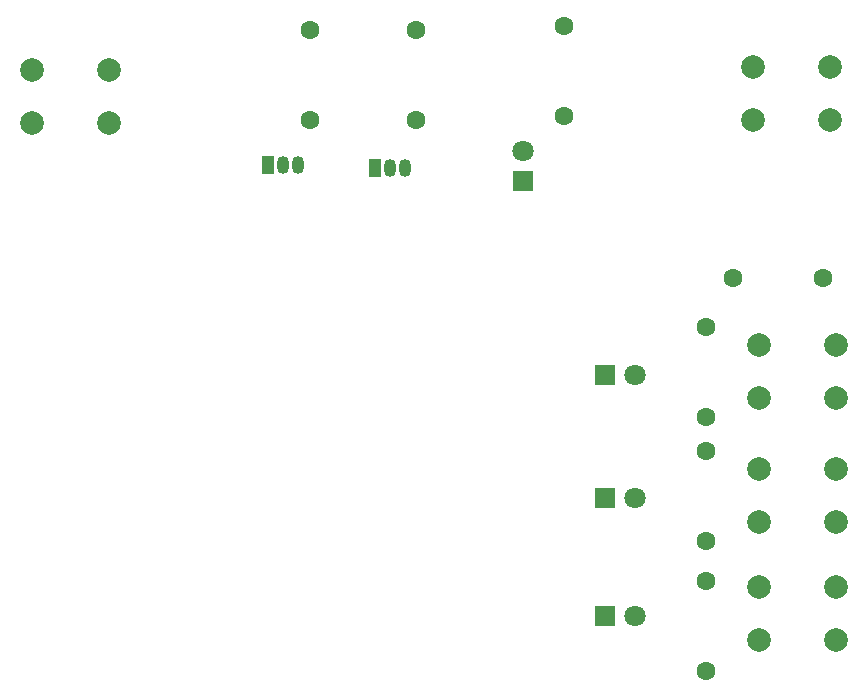
<source format=gbs>
G04 #@! TF.GenerationSoftware,KiCad,Pcbnew,9.0.2*
G04 #@! TF.CreationDate,2025-07-02T04:26:10-07:00*
G04 #@! TF.ProjectId,idkwhatimdoing,69646b77-6861-4746-996d-646f696e672e,rev?*
G04 #@! TF.SameCoordinates,Original*
G04 #@! TF.FileFunction,Soldermask,Bot*
G04 #@! TF.FilePolarity,Negative*
%FSLAX46Y46*%
G04 Gerber Fmt 4.6, Leading zero omitted, Abs format (unit mm)*
G04 Created by KiCad (PCBNEW 9.0.2) date 2025-07-02 04:26:10*
%MOMM*%
%LPD*%
G01*
G04 APERTURE LIST*
%ADD10C,1.600000*%
%ADD11C,2.000000*%
%ADD12R,1.800000X1.800000*%
%ADD13C,1.800000*%
%ADD14R,1.050000X1.500000*%
%ADD15O,1.050000X1.500000*%
G04 APERTURE END LIST*
D10*
G04 #@! TO.C,R_AND2*
X119340000Y-119350000D03*
X126960000Y-119350000D03*
G04 #@! TD*
D11*
G04 #@! TO.C,SW1*
X121500000Y-125000000D03*
X128000000Y-125000000D03*
X121500000Y-129500000D03*
X128000000Y-129500000D03*
G04 #@! TD*
D10*
G04 #@! TO.C,R3*
X117000000Y-152620000D03*
X117000000Y-145000000D03*
G04 #@! TD*
D11*
G04 #@! TO.C,SW2*
X121500000Y-135500000D03*
X128000000Y-135500000D03*
X121500000Y-140000000D03*
X128000000Y-140000000D03*
G04 #@! TD*
D12*
G04 #@! TO.C,D1*
X108460000Y-127560000D03*
D13*
X111000000Y-127560000D03*
G04 #@! TD*
D14*
G04 #@! TO.C,Q2*
X88960000Y-110000000D03*
D15*
X90230000Y-110000000D03*
X91500000Y-110000000D03*
G04 #@! TD*
D11*
G04 #@! TO.C,SW3*
X121500000Y-145500000D03*
X128000000Y-145500000D03*
X121500000Y-150000000D03*
X128000000Y-150000000D03*
G04 #@! TD*
D14*
G04 #@! TO.C,Q1*
X79960000Y-109810000D03*
D15*
X81230000Y-109810000D03*
X82500000Y-109810000D03*
G04 #@! TD*
D10*
G04 #@! TO.C,R_AND1*
X105000000Y-105620000D03*
X105000000Y-98000000D03*
G04 #@! TD*
D12*
G04 #@! TO.C,D3*
X108460000Y-148000000D03*
D13*
X111000000Y-148000000D03*
G04 #@! TD*
D10*
G04 #@! TO.C,R_B1*
X92500000Y-106000000D03*
X92500000Y-98380000D03*
G04 #@! TD*
G04 #@! TO.C,R1*
X117000000Y-123500000D03*
X117000000Y-131120000D03*
G04 #@! TD*
D11*
G04 #@! TO.C,SW_A1*
X60000000Y-101750000D03*
X66500000Y-101750000D03*
X60000000Y-106250000D03*
X66500000Y-106250000D03*
G04 #@! TD*
D12*
G04 #@! TO.C,D2*
X108460000Y-138000000D03*
D13*
X111000000Y-138000000D03*
G04 #@! TD*
D12*
G04 #@! TO.C,D_AND1*
X101500000Y-111160000D03*
D13*
X101500000Y-108620000D03*
G04 #@! TD*
D10*
G04 #@! TO.C,R_A1*
X83500000Y-106000000D03*
X83500000Y-98380000D03*
G04 #@! TD*
D11*
G04 #@! TO.C,SW_B1*
X121000000Y-101500000D03*
X127500000Y-101500000D03*
X121000000Y-106000000D03*
X127500000Y-106000000D03*
G04 #@! TD*
D10*
G04 #@! TO.C,R2*
X117000000Y-141620000D03*
X117000000Y-134000000D03*
G04 #@! TD*
M02*

</source>
